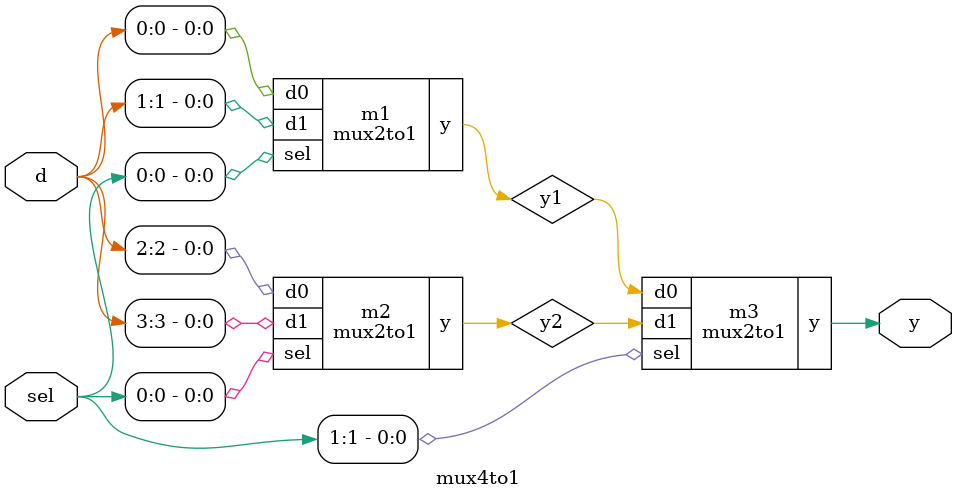
<source format=v>
module mux2to1 (
    input  wire d0, d1,   // data inputs
    input  wire sel,      // select line
    output reg  y         // output
);
    always @(*) begin
        if (sel == 1'b0)
            y = d0;
        else
            y = d1;
    end
endmodule


module mux4to1 (
    input  wire [3:0] d,   // 4 data inputs
    input  wire [1:0] sel, // 2-bit select
    output wire y          // output
);
    wire y1, y2;

    // First stage: two 2:1 muxes
    mux2to1 m1 (.d0(d[0]), .d1(d[1]), .sel(sel[0]), .y(y1));
    mux2to1 m2 (.d0(d[2]), .d1(d[3]), .sel(sel[0]), .y(y2));

    // Second stage: one 2:1 mux
    mux2to1 m3 (.d0(y1), .d1(y2), .sel(sel[1]), .y(y));
endmodule

</source>
